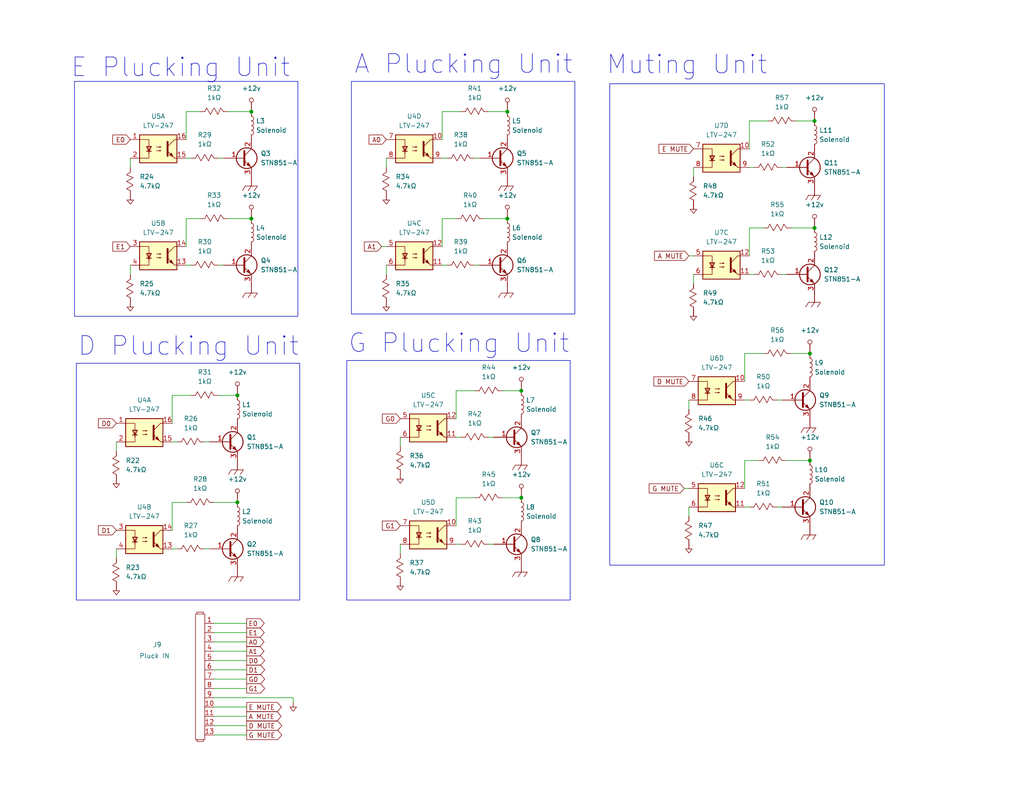
<source format=kicad_sch>
(kicad_sch (version 20231120) (generator "eeschema") (generator_version "8.0")
  (paper "A")
  (lib_symbols
    (symbol "Custom Power:+12v" (power) (pin_numbers hide) (pin_names hide) (in_bom no) (on_board no)
      (property "Value" "+12v" (at 0 3.81 0))
      (symbol "+12v_0_1"
        (circle (center 0 1.8796) (radius 0.5611))
      )
      (symbol "+12v_1_1"
        (pin power_in line (at 0 -1.27 90) (length 2.54) (name "+12v") (number "~"))
      )
    )
    (symbol "Custom Power:Chassis_GND" (power) (pin_numbers hide) (pin_names hide) (in_bom no) (on_board no)
      (symbol "Chassis_GND_0_1"
        (polyline (pts (xy -1.651 -2.54) (xy -2.413 -3.81)))
        (polyline (pts (xy 0 -2.54) (xy -0.889 -3.81)))
        (polyline (pts (xy -1.651 -2.54) (xy 1.651 -2.54) (xy 0.762 -3.81)))
      )
      (symbol "Chassis_GND_1_1"
        (pin power_in line (at 0 0 270) (length 2.54) (name "Chassis_GND") (number "1"))
      )
    )
    (symbol "Custom Power:GND" (power) (pin_numbers hide) (pin_names hide) (in_bom no) (on_board no)
      (symbol "GND_0_1"
        (polyline (pts (xy -0.889 -1.27) (xy 0.889 -1.27) (xy 0 -2.413) (xy -0.889 -1.27)))
      )
      (symbol "GND_1_1"
        (pin power_in line (at 0 0 270) (length 1.27) (name "GND") (number "~"))
      )
    )
    (symbol "Custom Symbols:Resistor_Mod" (pin_numbers hide) (pin_names (offset 0) hide)
      (property "Reference" "R" (at 0 4.318 0))
      (property "Value" "ValueΩ" (at 0 2.54 0))
      (symbol "Resistor_Mod_0_1"
        (polyline (pts (xy -2.54 0) (xy -2.032 1.016) (xy -1.016 -0.762) (xy 0 1.016) (xy 1.016 -0.762) (xy 1.778 1.016) (xy 2.54 0)))
      )
      (symbol "Resistor_Mod_1_1"
        (pin passive line (at -3.81 0 0) (length 1.27) (name "1") (number "1"))
        (pin passive line (at 3.81 0 180) (length 1.27) (name "2") (number "2"))
      )
    )
    (symbol "Device:L" (pin_numbers hide) (pin_names (offset 1.016) hide)
      (property "Reference" "L" (at -1.27 0 90))
      (property "Value" "L" (at 1.905 0 90))
      (symbol "L_0_1"
        (arc (start 0 -2.54) (mid 0.6323 -1.905) (end 0 -1.27))
        (arc (start 0 -1.27) (mid 0.6323 -0.635) (end 0 0))
        (arc (start 0 0) (mid 0.6323 0.635) (end 0 1.27))
        (arc (start 0 1.27) (mid 0.6323 1.905) (end 0 2.54))
      )
      (symbol "L_1_1"
        (pin passive line (at 0 3.81 270) (length 1.27) (name "1") (number "1"))
        (pin passive line (at 0 -3.81 90) (length 1.27) (name "2") (number "2"))
      )
    )
    (symbol "Device:Q_NPN_BCE" (pin_names (offset 0) hide)
      (property "Reference" "Q" (at 5.08 1.27 0))
      (property "Value" "Q_NPN_BCE" (at 5.08 -1.27 0))
      (symbol "Q_NPN_BCE_0_1"
        (polyline (pts (xy 0.635 0.635) (xy 2.54 2.54)))
        (polyline (pts (xy 0.635 -0.635) (xy 2.54 -2.54) (xy 2.54 -2.54)))
        (polyline (pts (xy 0.635 1.905) (xy 0.635 -1.905) (xy 0.635 -1.905)) (stroke (width 0.508)))
        (polyline (pts (xy 1.27 -1.778) (xy 1.778 -1.27) (xy 2.286 -2.286) (xy 1.27 -1.778) (xy 1.27 -1.778)) (fill (type outline)))
        (circle (center 1.27 0) (radius 2.8194) (stroke (width 0.254)))
      )
      (symbol "Q_NPN_BCE_1_1"
        (pin input line (at -5.08 0 0) (length 5.715) (name "B") (number "1"))
        (pin passive line (at 2.54 5.08 270) (length 2.54) (name "C") (number "2"))
        (pin passive line (at 2.54 -5.08 90) (length 2.54) (name "E") (number "3"))
      )
    )
    (symbol "Isolator:LTV-247"
      (property "Reference" "U" (at -5.08 5.08 0))
      (property "Value" "LTV-247" (at 0 5.08 0))
      (symbol "LTV-247_0_1"
        (rectangle (start -5.08 3.81) (end 5.08 -3.81) (stroke (width 0.254)) (fill (type background)))
        (polyline (pts (xy -3.175 -0.635) (xy -1.905 -0.635)) (stroke (width 0.254)))
        (polyline (pts (xy 2.54 0.635) (xy 4.445 2.54)))
        (polyline (pts (xy 4.445 -2.54) (xy 2.54 -0.635)) (fill (type outline)))
        (polyline (pts (xy 4.445 -2.54) (xy 5.08 -2.54)))
        (polyline (pts (xy 4.445 2.54) (xy 5.08 2.54)))
        (polyline (pts (xy -2.54 -0.635) (xy -2.54 -2.54) (xy -5.08 -2.54)))
        (polyline (pts (xy 2.54 1.905) (xy 2.54 -1.905) (xy 2.54 -1.905)) (stroke (width 0.508)))
        (polyline (pts (xy -5.08 2.54) (xy -2.54 2.54) (xy -2.54 -1.27) (xy -2.54 0.635)))
        (polyline (pts (xy -2.54 -0.635) (xy -3.175 0.635) (xy -1.905 0.635) (xy -2.54 -0.635)) (stroke (width 0.254)))
        (polyline (pts (xy -0.508 -0.508) (xy 0.762 -0.508) (xy 0.381 -0.635) (xy 0.381 -0.381) (xy 0.762 -0.508)))
        (polyline (pts (xy -0.508 0.508) (xy 0.762 0.508) (xy 0.381 0.381) (xy 0.381 0.635) (xy 0.762 0.508)))
        (polyline (pts (xy 3.048 -1.651) (xy 3.556 -1.143) (xy 4.064 -2.159) (xy 3.048 -1.651) (xy 3.048 -1.651)) (fill (type outline)))
      )
      (symbol "LTV-247_1_1"
        (pin passive line (at -7.62 2.54 0) (length 2.54) (name "~") (number "1"))
        (pin passive line (at 7.62 -2.54 180) (length 2.54) (name "~") (number "15"))
        (pin passive line (at 7.62 2.54 180) (length 2.54) (name "~") (number "16"))
        (pin passive line (at -7.62 -2.54 0) (length 2.54) (name "~") (number "2"))
      )
      (symbol "LTV-247_2_1"
        (pin passive line (at 7.62 -2.54 180) (length 2.54) (name "~") (number "13"))
        (pin passive line (at 7.62 2.54 180) (length 2.54) (name "~") (number "14"))
        (pin passive line (at -7.62 2.54 0) (length 2.54) (name "~") (number "3"))
        (pin passive line (at -7.62 -2.54 0) (length 2.54) (name "~") (number "4"))
      )
      (symbol "LTV-247_3_1"
        (pin passive line (at 7.62 -2.54 180) (length 2.54) (name "~") (number "11"))
        (pin passive line (at 7.62 2.54 180) (length 2.54) (name "~") (number "12"))
        (pin passive line (at -7.62 2.54 0) (length 2.54) (name "~") (number "5"))
        (pin passive line (at -7.62 -2.54 0) (length 2.54) (name "~") (number "6"))
      )
      (symbol "LTV-247_4_1"
        (pin passive line (at 7.62 2.54 180) (length 2.54) (name "~") (number "10"))
        (pin passive line (at -7.62 2.54 0) (length 2.54) (name "~") (number "7"))
        (pin passive line (at -7.62 -2.54 0) (length 2.54) (name "~") (number "8"))
        (pin passive line (at 7.62 -2.54 180) (length 2.54) (name "~") (number "9"))
      )
    )
    (symbol "Owen's Symbols:Header_1x13" (pin_names hide)
      (property "Reference" "J" (at -8.89 -3.81 0))
      (property "Value" "?" (at -8.89 -6.35 0))
      (symbol "Header_1x13_0_1"
        (rectangle (start -5.08 2.54) (end -2.54 -31.75))
        (polyline (pts (xy -4.699 -31.75) (xy -4.699 -32.258) (xy -2.921 -32.258) (xy -2.921 -31.75)))
        (polyline (pts (xy -4.699 2.54) (xy -4.699 3.048) (xy -2.921 3.048) (xy -2.921 2.54)))
      )
      (symbol "Header_1x13_1_1"
        (pin passive line (at 0 0 180) (length 2.54) (name "1") (number "1"))
        (pin passive line (at 0 -22.86 180) (length 2.54) (name "10") (number "10"))
        (pin passive line (at 0 -25.4 180) (length 2.54) (name "11") (number "11"))
        (pin passive line (at 0 -27.94 180) (length 2.54) (name "12") (number "12"))
        (pin passive line (at 0 -30.48 180) (length 2.54) (name "13") (number "13"))
        (pin passive line (at 0 -2.54 180) (length 2.54) (name "2") (number "2"))
        (pin passive line (at 0 -5.08 180) (length 2.54) (name "3") (number "3"))
        (pin passive line (at 0 -7.62 180) (length 2.54) (name "4") (number "4"))
        (pin passive line (at 0 -10.16 180) (length 2.54) (name "5") (number "5"))
        (pin passive line (at 0 -12.7 180) (length 2.54) (name "6") (number "6"))
        (pin passive line (at 0 -15.24 180) (length 2.54) (name "7") (number "7"))
        (pin passive line (at 0 -17.78 180) (length 2.54) (name "8") (number "8"))
        (pin passive line (at 0 -20.32 180) (length 2.54) (name "9") (number "9"))
      )
    )
  )
  (junction (at 68.58 30.48))
  (junction (at 142.24 135.89))
  (junction (at 222.25 62.23))
  (junction (at 220.98 96.52))
  (junction (at 222.25 33.02))
  (junction (at 68.58 59.69))
  (junction (at 64.77 107.95))
  (junction (at 138.43 59.69))
  (junction (at 220.98 125.73))
  (junction (at 142.24 106.68))
  (junction (at 64.77 137.16))
  (junction (at 138.43 30.48))
  (wire (pts (xy 203.2 125.73) (xy 207.01 125.73)))
  (wire (pts (xy 129.54 135.89) (xy 124.46 135.89)))
  (wire (pts (xy 132.08 59.69) (xy 138.43 59.69)))
  (wire (pts (xy 59.69 72.39) (xy 60.96 72.39)))
  (wire (pts (xy 46.99 137.16) (xy 50.8 137.16)))
  (wire (pts (xy 50.8 59.69) (xy 50.8 67.31)))
  (wire (pts (xy 217.17 33.02) (xy 222.25 33.02)))
  (wire (pts (xy 189.23 74.93) (xy 189.23 77.47)))
  (wire (pts (xy 105.41 67.31) (xy 104.14 67.31)))
  (wire (pts (xy 54.61 30.48) (xy 50.8 30.48)))
  (wire (pts (xy 213.36 74.93) (xy 214.63 74.93)))
  (wire (pts (xy 58.42 198.12) (xy 67.31 198.12)))
  (wire (pts (xy 212.09 109.22) (xy 213.36 109.22)))
  (wire (pts (xy 187.96 133.35) (xy 186.69 133.35)))
  (wire (pts (xy 120.65 30.48) (xy 125.73 30.48)))
  (wire (pts (xy 133.35 148.59) (xy 134.62 148.59)))
  (wire (pts (xy 120.65 38.1) (xy 120.65 30.48)))
  (wire (pts (xy 109.22 148.59) (xy 109.22 151.13)))
  (wire (pts (xy 62.23 59.69) (xy 68.58 59.69)))
  (wire (pts (xy 129.54 43.18) (xy 130.81 43.18)))
  (wire (pts (xy 204.47 40.64) (xy 204.47 33.02)))
  (wire (pts (xy 137.16 106.68) (xy 142.24 106.68)))
  (wire (pts (xy 203.2 133.35) (xy 203.2 125.73)))
  (wire (pts (xy 80.01 191.77) (xy 80.01 190.5)))
  (wire (pts (xy 203.2 104.14) (xy 203.2 96.52)))
  (wire (pts (xy 205.74 45.72) (xy 204.47 45.72)))
  (wire (pts (xy 121.92 43.18) (xy 120.65 43.18)))
  (wire (pts (xy 59.69 43.18) (xy 60.96 43.18)))
  (wire (pts (xy 58.42 175.26) (xy 67.31 175.26)))
  (wire (pts (xy 189.23 69.85) (xy 187.96 69.85)))
  (wire (pts (xy 46.99 144.78) (xy 46.99 137.16)))
  (wire (pts (xy 129.54 72.39) (xy 130.81 72.39)))
  (wire (pts (xy 121.92 72.39) (xy 120.65 72.39)))
  (wire (pts (xy 58.42 172.72) (xy 67.31 172.72)))
  (wire (pts (xy 54.61 59.69) (xy 50.8 59.69)))
  (wire (pts (xy 187.96 109.22) (xy 187.96 111.76)))
  (wire (pts (xy 187.96 138.43) (xy 187.96 140.97)))
  (wire (pts (xy 58.42 195.58) (xy 67.31 195.58)))
  (wire (pts (xy 205.74 74.93) (xy 204.47 74.93)))
  (wire (pts (xy 204.47 33.02) (xy 209.55 33.02)))
  (wire (pts (xy 58.42 200.66) (xy 67.31 200.66)))
  (wire (pts (xy 204.47 62.23) (xy 208.28 62.23)))
  (wire (pts (xy 203.2 96.52) (xy 208.28 96.52)))
  (wire (pts (xy 124.46 135.89) (xy 124.46 143.51)))
  (wire (pts (xy 52.07 43.18) (xy 50.8 43.18)))
  (wire (pts (xy 129.54 106.68) (xy 124.46 106.68)))
  (wire (pts (xy 215.9 96.52) (xy 220.98 96.52)))
  (wire (pts (xy 124.46 106.68) (xy 124.46 114.3)))
  (wire (pts (xy 204.47 69.85) (xy 204.47 62.23)))
  (wire (pts (xy 125.73 148.59) (xy 124.46 148.59)))
  (wire (pts (xy 35.56 43.18) (xy 35.56 45.72)))
  (wire (pts (xy 133.35 119.38) (xy 134.62 119.38)))
  (wire (pts (xy 105.41 72.39) (xy 105.41 74.93)))
  (wire (pts (xy 58.42 182.88) (xy 67.31 182.88)))
  (wire (pts (xy 105.41 43.18) (xy 105.41 45.72)))
  (wire (pts (xy 31.75 120.65) (xy 31.75 123.19)))
  (wire (pts (xy 204.47 109.22) (xy 203.2 109.22)))
  (wire (pts (xy 58.42 185.42) (xy 67.31 185.42)))
  (wire (pts (xy 213.36 45.72) (xy 214.63 45.72)))
  (wire (pts (xy 137.16 135.89) (xy 142.24 135.89)))
  (wire (pts (xy 58.42 137.16) (xy 64.77 137.16)))
  (wire (pts (xy 58.42 187.96) (xy 67.31 187.96)))
  (wire (pts (xy 52.07 107.95) (xy 46.99 107.95)))
  (wire (pts (xy 50.8 30.48) (xy 50.8 38.1)))
  (wire (pts (xy 120.65 59.69) (xy 124.46 59.69)))
  (wire (pts (xy 58.42 180.34) (xy 67.31 180.34)))
  (wire (pts (xy 58.42 170.18) (xy 67.31 170.18)))
  (wire (pts (xy 35.56 72.39) (xy 35.56 74.93)))
  (wire (pts (xy 48.26 149.86) (xy 46.99 149.86)))
  (wire (pts (xy 48.26 120.65) (xy 46.99 120.65)))
  (wire (pts (xy 212.09 138.43) (xy 213.36 138.43)))
  (wire (pts (xy 62.23 30.48) (xy 68.58 30.48)))
  (wire (pts (xy 214.63 125.73) (xy 220.98 125.73)))
  (wire (pts (xy 31.75 149.86) (xy 31.75 152.4)))
  (wire (pts (xy 55.88 149.86) (xy 57.15 149.86)))
  (wire (pts (xy 215.9 62.23) (xy 222.25 62.23)))
  (wire (pts (xy 46.99 107.95) (xy 46.99 115.57)))
  (wire (pts (xy 125.73 119.38) (xy 124.46 119.38)))
  (wire (pts (xy 55.88 120.65) (xy 57.15 120.65)))
  (wire (pts (xy 120.65 67.31) (xy 120.65 59.69)))
  (wire (pts (xy 189.23 45.72) (xy 189.23 48.26)))
  (wire (pts (xy 59.69 107.95) (xy 64.77 107.95)))
  (wire (pts (xy 109.22 119.38) (xy 109.22 121.92)))
  (wire (pts (xy 52.07 72.39) (xy 50.8 72.39)))
  (wire (pts (xy 58.42 193.04) (xy 67.31 193.04)))
  (wire (pts (xy 204.47 138.43) (xy 203.2 138.43)))
  (wire (pts (xy 58.42 177.8) (xy 67.31 177.8)))
  (wire (pts (xy 58.42 190.5) (xy 80.01 190.5)))
  (wire (pts (xy 133.35 30.48) (xy 138.43 30.48)))
  (rectangle (start 20.828 99.187) (end 81.788 163.83))
  (rectangle (start 20.32 22.225) (end 81.28 86.36))
  (rectangle (start 166.37 22.86) (end 241.3 154.305))
  (rectangle (start 95.885 22.225) (end 156.845 85.725))
  (rectangle (start 94.615 98.425) (end 155.575 163.83))
  (text "Muting Unit" (at 187.452 17.78 0) (effects (font (size 5.08 5.08))))
  (text "G Plucking Unit" (at 125.222 93.853 0) (effects (font (size 5.08 5.08))))
  (text "D Plucking Unit" (at 51.435 94.615 0) (effects (font (size 5.08 5.08))))
  (text "E Plucking Unit" (at 49.276 18.542 0) (effects (font (size 5.08 5.08))))
  (text "A Plucking Unit" (at 126.492 17.653 0) (effects (font (size 5.08 5.08))))
  (global_label "A MUTE" (shape input) (at 187.96 69.85 180) (property "Intersheetrefs" "${INTERSHEET_REFS}" (effects (hide yes))))
  (global_label "E0" (shape output) (at 67.31 170.18 0) (property "Intersheetrefs" "${INTERSHEET_REFS}" (effects (hide yes))))
  (global_label "G0" (shape input) (at 109.22 114.3 180) (property "Intersheetrefs" "${INTERSHEET_REFS}" (effects (hide yes))))
  (global_label "A1" (shape input) (at 104.14 67.31 180) (property "Intersheetrefs" "${INTERSHEET_REFS}" (effects (hide yes))))
  (global_label "D1" (shape input) (at 31.75 144.78 180) (property "Intersheetrefs" "${INTERSHEET_REFS}" (effects (hide yes))))
  (global_label "A0" (shape input) (at 105.41 38.1 180) (property "Intersheetrefs" "${INTERSHEET_REFS}" (effects (hide yes))))
  (global_label "A1" (shape output) (at 67.31 177.8 0) (property "Intersheetrefs" "${INTERSHEET_REFS}" (effects (hide yes))))
  (global_label "E MUTE" (shape input) (at 189.23 40.64 180) (property "Intersheetrefs" "${INTERSHEET_REFS}" (effects (hide yes))))
  (global_label "E0" (shape input) (at 35.56 38.1 180) (property "Intersheetrefs" "${INTERSHEET_REFS}" (effects (hide yes))))
  (global_label "E MUTE" (shape output) (at 67.31 193.04 0) (property "Intersheetrefs" "${INTERSHEET_REFS}" (effects (hide yes))))
  (global_label "D1" (shape output) (at 67.31 182.88 0) (property "Intersheetrefs" "${INTERSHEET_REFS}" (effects (hide yes))))
  (global_label "G1" (shape output) (at 67.31 187.96 0) (property "Intersheetrefs" "${INTERSHEET_REFS}" (effects (hide yes))))
  (global_label "G0" (shape output) (at 67.31 185.42 0) (property "Intersheetrefs" "${INTERSHEET_REFS}" (effects (hide yes))))
  (global_label "D MUTE" (shape output) (at 67.31 198.12 0) (property "Intersheetrefs" "${INTERSHEET_REFS}" (effects (hide yes))))
  (global_label "E1" (shape output) (at 67.31 172.72 0) (property "Intersheetrefs" "${INTERSHEET_REFS}" (effects (hide yes))))
  (global_label "G1" (shape input) (at 109.22 143.51 180) (property "Intersheetrefs" "${INTERSHEET_REFS}" (effects (hide yes))))
  (global_label "G MUTE" (shape output) (at 67.31 200.66 0) (property "Intersheetrefs" "${INTERSHEET_REFS}" (effects (hide yes))))
  (global_label "D0" (shape output) (at 67.31 180.34 0) (property "Intersheetrefs" "${INTERSHEET_REFS}" (effects (hide yes))))
  (global_label "D0" (shape input) (at 31.75 115.57 180) (property "Intersheetrefs" "${INTERSHEET_REFS}" (effects (hide yes))))
  (global_label "G MUTE" (shape input) (at 186.69 133.35 180) (property "Intersheetrefs" "${INTERSHEET_REFS}" (effects (hide yes))))
  (global_label "E1" (shape input) (at 35.56 67.31 180) (property "Intersheetrefs" "${INTERSHEET_REFS}" (effects (hide yes))))
  (global_label "A0" (shape output) (at 67.31 175.26 0) (property "Intersheetrefs" "${INTERSHEET_REFS}" (effects (hide yes))))
  (global_label "D MUTE" (shape input) (at 187.96 104.14 180) (property "Intersheetrefs" "${INTERSHEET_REFS}" (effects (hide yes))))
  (global_label "A MUTE" (shape output) (at 67.31 195.58 0) (property "Intersheetrefs" "${INTERSHEET_REFS}" (effects (hide yes))))
  (symbol (lib_id "Isolator:LTV-247") (at 113.03 69.85 0) (unit 3)
    (property "Reference" "U4" (at 113.03 60.96 0))
    (property "Value" "LTV-247" (at 113.03 63.5 0))
    (property "Footprint" "Package_SO:SOP-16_4.4x10.4mm_P1.27mm" (effects (hide yes)))
    (property "Datasheet" "http://optoelectronics.liteon.com/upload/download/DS70-2009-0014/LTV-2X7%20sereis%20Mar17.PDF" (effects (hide yes)))
    (property "Description" "DC Quad Optocoupler, Vce 80V, CTR 100-600%, SOP-16" (effects (hide yes)))
  )
  (symbol (lib_id "Custom Symbols:Resistor_Mod") (at 128.27 59.69 0) (unit 1)
    (property "Reference" "R40" (at 128.27 53.34 0))
    (property "Value" "1kΩ" (at 128.27 55.88 0))
    (property "Footprint" "Resistor_SMD:R_0805_2012Metric_Pad1.20x1.40mm_HandSolder" (effects (hide yes)))
  )
  (symbol (lib_id "Isolator:LTV-247") (at 39.37 147.32 0) (unit 2)
    (property "Reference" "U4" (at 39.37 138.43 0))
    (property "Value" "LTV-247" (at 39.37 140.97 0))
    (property "Footprint" "Package_SO:SOP-16_4.4x10.4mm_P1.27mm" (effects (hide yes)))
    (property "Datasheet" "http://optoelectronics.liteon.com/upload/download/DS70-2009-0014/LTV-2X7%20sereis%20Mar17.PDF" (effects (hide yes)))
    (property "Description" "DC Quad Optocoupler, Vce 80V, CTR 100-600%, SOP-16" (effects (hide yes)))
  )
  (symbol (lib_id "Custom Power:Chassis_GND") (at 222.25 50.8 0) (unit 1) (in_bom no) (on_board no)
    (property "Reference" "#PWR078" (effects (hide yes)))
    (property "Value" "Chassis_GND" (effects (hide yes)))
  )
  (symbol (lib_id "Custom Symbols:Resistor_Mod") (at 209.55 74.93 0) (unit 1)
    (property "Reference" "R53" (at 209.55 68.58 0))
    (property "Value" "1kΩ" (at 209.55 71.12 0))
    (property "Footprint" "Resistor_SMD:R_0805_2012Metric_Pad1.20x1.40mm_HandSolder" (effects (hide yes)))
  )
  (symbol (lib_id "Custom Power:GND") (at 105.41 82.55 0) (unit 1) (in_bom no) (on_board no)
    (property "Reference" "#PWR058" (effects (hide yes)))
    (property "Value" "GND" (effects (hide yes)))
  )
  (symbol (lib_id "Custom Power:GND") (at 35.56 82.55 0) (unit 1) (in_bom no) (on_board no)
    (property "Reference" "#PWR047" (effects (hide yes)))
    (property "Value" "GND" (effects (hide yes)))
  )
  (symbol (lib_id "Custom Symbols:Resistor_Mod") (at 212.09 62.23 0) (unit 1)
    (property "Reference" "R55" (at 212.09 55.88 0))
    (property "Value" "1kΩ" (at 212.09 58.42 0))
    (property "Footprint" "Resistor_SMD:R_0805_2012Metric_Pad1.20x1.40mm_HandSolder" (effects (hide yes)))
  )
  (symbol (lib_id "Custom Power:Chassis_GND") (at 68.58 77.47 0) (unit 1) (in_bom no) (on_board no)
    (property "Reference" "#PWR055" (effects (hide yes)))
    (property "Value" "Chassis_GND" (effects (hide yes)))
  )
  (symbol (lib_id "Custom Symbols:Resistor_Mod") (at 52.07 120.65 0) (unit 1)
    (property "Reference" "R26" (at 52.07 114.3 0))
    (property "Value" "1kΩ" (at 52.07 116.84 0))
    (property "Footprint" "Resistor_SMD:R_0805_2012Metric_Pad1.20x1.40mm_HandSolder" (effects (hide yes)))
  )
  (symbol (lib_id "Custom Symbols:Resistor_Mod") (at 109.22 125.73 90) (unit 1)
    (property "Reference" "R36" (at 111.76 124.4599 90) (effects (justify right)))
    (property "Value" "4.7kΩ" (at 111.76 126.9999 90) (effects (justify right)))
    (property "Footprint" "Resistor_SMD:R_0805_2012Metric_Pad1.20x1.40mm_HandSolder" (effects (hide yes)))
  )
  (symbol (lib_id "Custom Power:+12v") (at 64.77 135.89 0) (unit 1) (in_bom no) (on_board no)
    (property "Reference" "#PWR050" (effects (hide yes)))
    (property "Value" "+12v" (at 64.77 130.81 0))
  )
  (symbol (lib_id "Device:L") (at 64.77 140.97 0) (unit 1)
    (property "Reference" "L2" (at 66.04 139.6999 0) (effects (justify left)))
    (property "Value" "Solenoid" (at 66.04 142.2399 0) (effects (justify left)))
    (property "Description" "Inductor" (effects (hide yes)))
  )
  (symbol (lib_id "Custom Symbols:Resistor_Mod") (at 125.73 72.39 0) (unit 1)
    (property "Reference" "R39" (at 125.73 66.04 0))
    (property "Value" "1kΩ" (at 125.73 68.58 0))
    (property "Footprint" "Resistor_SMD:R_0805_2012Metric_Pad1.20x1.40mm_HandSolder" (effects (hide yes)))
  )
  (symbol (lib_id "Custom Power:Chassis_GND") (at 64.77 125.73 0) (unit 1) (in_bom no) (on_board no)
    (property "Reference" "#PWR049" (effects (hide yes)))
    (property "Value" "Chassis_GND" (effects (hide yes)))
  )
  (symbol (lib_id "Custom Symbols:Resistor_Mod") (at 212.09 96.52 0) (unit 1)
    (property "Reference" "R56" (at 212.09 90.17 0))
    (property "Value" "1kΩ" (at 212.09 92.71 0))
    (property "Footprint" "Resistor_SMD:R_0805_2012Metric_Pad1.20x1.40mm_HandSolder" (effects (hide yes)))
  )
  (symbol (lib_id "Device:L") (at 142.24 110.49 0) (unit 1)
    (property "Reference" "L7" (at 143.51 109.2199 0) (effects (justify left)))
    (property "Value" "Solenoid" (at 143.51 111.7599 0) (effects (justify left)))
    (property "Description" "Inductor" (effects (hide yes)))
  )
  (symbol (lib_id "Device:L") (at 220.98 129.54 0) (unit 1)
    (property "Reference" "L10" (at 222.25 128.2699 0) (effects (justify left)))
    (property "Value" "Solenoid" (at 222.25 130.8099 0) (effects (justify left)))
    (property "Description" "Inductor" (effects (hide yes)))
  )
  (symbol (lib_id "Device:L") (at 68.58 34.29 0) (unit 1)
    (property "Reference" "L3" (at 69.85 33.0199 0) (effects (justify left)))
    (property "Value" "Solenoid" (at 69.85 35.5599 0) (effects (justify left)))
    (property "Description" "Inductor" (effects (hide yes)))
  )
  (symbol (lib_id "Device:Q_NPN_BCE") (at 218.44 109.22 0) (unit 1)
    (property "Reference" "Q9" (at 223.52 107.9499 0) (effects (justify left)))
    (property "Value" "STN851-A" (at 223.52 110.4899 0) (effects (justify left)))
    (property "Footprint" "Package_TO_SOT_THT:TO-220-3_Vertical" (effects (hide yes)))
    (property "Description" "NPN transistor, base/collector/emitter" (effects (hide yes)))
  )
  (symbol (lib_id "Custom Symbols:Resistor_Mod") (at 129.54 30.48 0) (unit 1)
    (property "Reference" "R41" (at 129.54 24.13 0))
    (property "Value" "1kΩ" (at 129.54 26.67 0))
    (property "Footprint" "Resistor_SMD:R_0805_2012Metric_Pad1.20x1.40mm_HandSolder" (effects (hide yes)))
  )
  (symbol (lib_id "Device:Q_NPN_BCE") (at 135.89 72.39 0) (unit 1)
    (property "Reference" "Q6" (at 140.97 71.1199 0) (effects (justify left)))
    (property "Value" "STN851-A" (at 140.97 73.6599 0) (effects (justify left)))
    (property "Footprint" "Package_TO_SOT_THT:TO-220-3_Vertical" (effects (hide yes)))
    (property "Description" "NPN transistor, base/collector/emitter" (effects (hide yes)))
  )
  (symbol (lib_id "Device:Q_NPN_BCE") (at 62.23 120.65 0) (unit 1)
    (property "Reference" "Q1" (at 67.31 119.3799 0) (effects (justify left)))
    (property "Value" "STN851-A" (at 67.31 121.9199 0) (effects (justify left)))
    (property "Footprint" "Package_TO_SOT_THT:TO-220-3_Vertical" (effects (hide yes)))
    (property "Description" "NPN transistor, base/collector/emitter" (effects (hide yes)))
  )
  (symbol (lib_id "Custom Symbols:Resistor_Mod") (at 105.41 49.53 90) (unit 1)
    (property "Reference" "R34" (at 107.95 48.2599 90) (effects (justify right)))
    (property "Value" "4.7kΩ" (at 107.95 50.7999 90) (effects (justify right)))
    (property "Footprint" "Resistor_SMD:R_0805_2012Metric_Pad1.20x1.40mm_HandSolder" (effects (hide yes)))
  )
  (symbol (lib_id "Custom Power:Chassis_GND") (at 68.58 48.26 0) (unit 1) (in_bom no) (on_board no)
    (property "Reference" "#PWR053" (effects (hide yes)))
    (property "Value" "Chassis_GND" (effects (hide yes)))
  )
  (symbol (lib_id "Device:L") (at 222.25 36.83 0) (unit 1)
    (property "Reference" "L11" (at 223.52 35.5599 0) (effects (justify left)))
    (property "Value" "Solenoid" (at 223.52 38.0999 0) (effects (justify left)))
    (property "Description" "Inductor" (effects (hide yes)))
  )
  (symbol (lib_id "Custom Symbols:Resistor_Mod") (at 187.96 144.78 90) (unit 1)
    (property "Reference" "R47" (at 190.5 143.5099 90) (effects (justify right)))
    (property "Value" "4.7kΩ" (at 190.5 146.0499 90) (effects (justify right)))
    (property "Footprint" "Resistor_SMD:R_0805_2012Metric_Pad1.20x1.40mm_HandSolder" (effects (hide yes)))
  )
  (symbol (lib_id "Custom Power:+12v") (at 138.43 58.42 0) (unit 1) (in_bom no) (on_board no)
    (property "Reference" "#PWR063" (effects (hide yes)))
    (property "Value" "+12v" (at 138.43 53.34 0))
  )
  (symbol (lib_id "Isolator:LTV-247") (at 196.85 72.39 0) (unit 3)
    (property "Reference" "U7" (at 196.85 63.5 0))
    (property "Value" "LTV-247" (at 196.85 66.04 0))
    (property "Footprint" "Package_SO:SOP-16_4.4x10.4mm_P1.27mm" (effects (hide yes)))
    (property "Datasheet" "http://optoelectronics.liteon.com/upload/download/DS70-2009-0014/LTV-2X7%20sereis%20Mar17.PDF" (effects (hide yes)))
    (property "Description" "DC Quad Optocoupler, Vce 80V, CTR 100-600%, SOP-16" (effects (hide yes)))
  )
  (symbol (lib_id "Custom Symbols:Resistor_Mod") (at 109.22 154.94 90) (unit 1)
    (property "Reference" "R37" (at 111.76 153.6699 90) (effects (justify right)))
    (property "Value" "4.7kΩ" (at 111.76 156.2099 90) (effects (justify right)))
    (property "Footprint" "Resistor_SMD:R_0805_2012Metric_Pad1.20x1.40mm_HandSolder" (effects (hide yes)))
  )
  (symbol (lib_id "Custom Symbols:Resistor_Mod") (at 31.75 127 90) (unit 1)
    (property "Reference" "R22" (at 34.29 125.7299 90) (effects (justify right)))
    (property "Value" "4.7kΩ" (at 34.29 128.2699 90) (effects (justify right)))
    (property "Footprint" "Resistor_SMD:R_0805_2012Metric_Pad1.20x1.40mm_HandSolder" (effects (hide yes)))
  )
  (symbol (lib_id "Custom Symbols:Resistor_Mod") (at 55.88 43.18 0) (unit 1)
    (property "Reference" "R29" (at 55.88 36.83 0))
    (property "Value" "1kΩ" (at 55.88 39.37 0))
    (property "Footprint" "Resistor_SMD:R_0805_2012Metric_Pad1.20x1.40mm_HandSolder" (effects (hide yes)))
  )
  (symbol (lib_id "Custom Symbols:Resistor_Mod") (at 133.35 135.89 0) (unit 1)
    (property "Reference" "R45" (at 133.35 129.54 0))
    (property "Value" "1kΩ" (at 133.35 132.08 0))
    (property "Footprint" "Resistor_SMD:R_0805_2012Metric_Pad1.20x1.40mm_HandSolder" (effects (hide yes)))
  )
  (symbol (lib_id "Device:Q_NPN_BCE") (at 219.71 45.72 0) (unit 1)
    (property "Reference" "Q11" (at 224.79 44.4499 0) (effects (justify left)))
    (property "Value" "STN851-A" (at 224.79 46.9899 0) (effects (justify left)))
    (property "Footprint" "Package_TO_SOT_THT:TO-220-3_Vertical" (effects (hide yes)))
    (property "Description" "NPN transistor, base/collector/emitter" (effects (hide yes)))
  )
  (symbol (lib_id "Custom Power:+12v") (at 222.25 60.96 0) (unit 1) (in_bom no) (on_board no)
    (property "Reference" "#PWR079" (effects (hide yes)))
    (property "Value" "+12v" (at 222.25 55.88 0))
  )
  (symbol (lib_id "Custom Power:GND") (at 187.96 148.59 0) (unit 1) (in_bom no) (on_board no)
    (property "Reference" "#PWR070" (effects (hide yes)))
    (property "Value" "GND" (effects (hide yes)))
  )
  (symbol (lib_id "Custom Power:GND") (at 105.41 53.34 0) (unit 1) (in_bom no) (on_board no)
    (property "Reference" "#PWR057" (effects (hide yes)))
    (property "Value" "GND" (effects (hide yes)))
  )
  (symbol (lib_id "Device:Q_NPN_BCE") (at 139.7 148.59 0) (unit 1)
    (property "Reference" "Q8" (at 144.78 147.3199 0) (effects (justify left)))
    (property "Value" "STN851-A" (at 144.78 149.8599 0) (effects (justify left)))
    (property "Footprint" "Package_TO_SOT_THT:TO-220-3_Vertical" (effects (hide yes)))
    (property "Description" "NPN transistor, base/collector/emitter" (effects (hide yes)))
  )
  (symbol (lib_id "Device:L") (at 64.77 111.76 0) (unit 1)
    (property "Reference" "L1" (at 66.04 110.4899 0) (effects (justify left)))
    (property "Value" "Solenoid" (at 66.04 113.0299 0) (effects (justify left)))
    (property "Description" "Inductor" (effects (hide yes)))
  )
  (symbol (lib_id "Isolator:LTV-247") (at 196.85 43.18 0) (unit 4)
    (property "Reference" "U7" (at 196.85 34.29 0))
    (property "Value" "LTV-247" (at 196.85 36.83 0))
    (property "Footprint" "Package_SO:SOP-16_4.4x10.4mm_P1.27mm" (effects (hide yes)))
    (property "Datasheet" "http://optoelectronics.liteon.com/upload/download/DS70-2009-0014/LTV-2X7%20sereis%20Mar17.PDF" (effects (hide yes)))
    (property "Description" "DC Quad Optocoupler, Vce 80V, CTR 100-600%, SOP-16" (effects (hide yes)))
  )
  (symbol (lib_id "Custom Symbols:Resistor_Mod") (at 55.88 72.39 0) (unit 1)
    (property "Reference" "R30" (at 55.88 66.04 0))
    (property "Value" "1kΩ" (at 55.88 68.58 0))
    (property "Footprint" "Resistor_SMD:R_0805_2012Metric_Pad1.20x1.40mm_HandSolder" (effects (hide yes)))
  )
  (symbol (lib_id "Custom Power:+12v") (at 220.98 124.46 0) (unit 1) (in_bom no) (on_board no)
    (property "Reference" "#PWR075" (effects (hide yes)))
    (property "Value" "+12v" (at 220.98 119.38 0))
  )
  (symbol (lib_id "Device:Q_NPN_BCE") (at 66.04 72.39 0) (unit 1)
    (property "Reference" "Q4" (at 71.12 71.1199 0) (effects (justify left)))
    (property "Value" "STN851-A" (at 71.12 73.6599 0) (effects (justify left)))
    (property "Footprint" "Package_TO_SOT_THT:TO-220-3_Vertical" (effects (hide yes)))
    (property "Description" "NPN transistor, base/collector/emitter" (effects (hide yes)))
  )
  (symbol (lib_id "Custom Symbols:Resistor_Mod") (at 210.82 125.73 0) (unit 1)
    (property "Reference" "R54" (at 210.82 119.38 0))
    (property "Value" "1kΩ" (at 210.82 121.92 0))
    (property "Footprint" "Resistor_SMD:R_0805_2012Metric_Pad1.20x1.40mm_HandSolder" (effects (hide yes)))
  )
  (symbol (lib_id "Custom Power:+12v") (at 68.58 58.42 0) (unit 1) (in_bom no) (on_board no)
    (property "Reference" "#PWR054" (effects (hide yes)))
    (property "Value" "+12v" (at 68.58 53.34 0))
  )
  (symbol (lib_id "Custom Symbols:Resistor_Mod") (at 133.35 106.68 0) (unit 1)
    (property "Reference" "R44" (at 133.35 100.33 0))
    (property "Value" "1kΩ" (at 133.35 102.87 0))
    (property "Footprint" "Resistor_SMD:R_0805_2012Metric_Pad1.20x1.40mm_HandSolder" (effects (hide yes)))
  )
  (symbol (lib_id "Isolator:LTV-247") (at 195.58 106.68 0) (unit 4)
    (property "Reference" "U6" (at 195.58 97.79 0))
    (property "Value" "LTV-247" (at 195.58 100.33 0))
    (property "Footprint" "Package_SO:SOP-16_4.4x10.4mm_P1.27mm" (effects (hide yes)))
    (property "Datasheet" "http://optoelectronics.liteon.com/upload/download/DS70-2009-0014/LTV-2X7%20sereis%20Mar17.PDF" (effects (hide yes)))
    (property "Description" "DC Quad Optocoupler, Vce 80V, CTR 100-600%, SOP-16" (effects (hide yes)))
  )
  (symbol (lib_id "Isolator:LTV-247") (at 116.84 116.84 0) (unit 3)
    (property "Reference" "U5" (at 116.84 107.95 0))
    (property "Value" "LTV-247" (at 116.84 110.49 0))
    (property "Footprint" "Package_SO:SOP-16_4.4x10.4mm_P1.27mm" (effects (hide yes)))
    (property "Datasheet" "http://optoelectronics.liteon.com/upload/download/DS70-2009-0014/LTV-2X7%20sereis%20Mar17.PDF" (effects (hide yes)))
    (property "Description" "DC Quad Optocoupler, Vce 80V, CTR 100-600%, SOP-16" (effects (hide yes)))
  )
  (symbol (lib_id "Custom Power:Chassis_GND") (at 142.24 124.46 0) (unit 1) (in_bom no) (on_board no)
    (property "Reference" "#PWR066" (effects (hide yes)))
    (property "Value" "Chassis_GND" (effects (hide yes)))
  )
  (symbol (lib_id "Custom Power:GND") (at 189.23 85.09 0) (unit 1) (in_bom no) (on_board no)
    (property "Reference" "#PWR072" (effects (hide yes)))
    (property "Value" "GND" (effects (hide yes)))
  )
  (symbol (lib_id "Custom Power:Chassis_GND") (at 64.77 154.94 0) (unit 1) (in_bom no) (on_board no)
    (property "Reference" "#PWR051" (effects (hide yes)))
    (property "Value" "Chassis_GND" (effects (hide yes)))
  )
  (symbol (lib_id "Device:Q_NPN_BCE") (at 218.44 138.43 0) (unit 1)
    (property "Reference" "Q10" (at 223.52 137.1599 0) (effects (justify left)))
    (property "Value" "STN851-A" (at 223.52 139.6999 0) (effects (justify left)))
    (property "Footprint" "Package_TO_SOT_THT:TO-220-3_Vertical" (effects (hide yes)))
    (property "Description" "NPN transistor, base/collector/emitter" (effects (hide yes)))
  )
  (symbol (lib_id "Custom Power:GND") (at 187.96 119.38 0) (unit 1) (in_bom no) (on_board no)
    (property "Reference" "#PWR069" (effects (hide yes)))
    (property "Value" "GND" (effects (hide yes)))
  )
  (symbol (lib_id "Custom Symbols:Resistor_Mod") (at 208.28 138.43 0) (unit 1)
    (property "Reference" "R51" (at 208.28 132.08 0))
    (property "Value" "1kΩ" (at 208.28 134.62 0))
    (property "Footprint" "Resistor_SMD:R_0805_2012Metric_Pad1.20x1.40mm_HandSolder" (effects (hide yes)))
  )
  (symbol (lib_id "Custom Symbols:Resistor_Mod") (at 129.54 148.59 0) (unit 1)
    (property "Reference" "R43" (at 129.54 142.24 0))
    (property "Value" "1kΩ" (at 129.54 144.78 0))
    (property "Footprint" "Resistor_SMD:R_0805_2012Metric_Pad1.20x1.40mm_HandSolder" (effects (hide yes)))
  )
  (symbol (lib_id "Custom Symbols:Resistor_Mod") (at 55.88 107.95 0) (unit 1)
    (property "Reference" "R31" (at 55.88 101.6 0))
    (property "Value" "1kΩ" (at 55.88 104.14 0))
    (property "Footprint" "Resistor_SMD:R_0805_2012Metric_Pad1.20x1.40mm_HandSolder" (effects (hide yes)))
  )
  (symbol (lib_id "Custom Symbols:Resistor_Mod") (at 187.96 115.57 90) (unit 1)
    (property "Reference" "R46" (at 190.5 114.2999 90) (effects (justify right)))
    (property "Value" "4.7kΩ" (at 190.5 116.8399 90) (effects (justify right)))
    (property "Footprint" "Resistor_SMD:R_0805_2012Metric_Pad1.20x1.40mm_HandSolder" (effects (hide yes)))
  )
  (symbol (lib_id "Device:L") (at 138.43 34.29 0) (unit 1)
    (property "Reference" "L5" (at 139.7 33.0199 0) (effects (justify left)))
    (property "Value" "Solenoid" (at 139.7 35.5599 0) (effects (justify left)))
    (property "Description" "Inductor" (effects (hide yes)))
  )
  (symbol (lib_id "Custom Symbols:Resistor_Mod") (at 54.61 137.16 0) (unit 1)
    (property "Reference" "R28" (at 54.61 130.81 0))
    (property "Value" "1kΩ" (at 54.61 133.35 0))
    (property "Footprint" "Resistor_SMD:R_0805_2012Metric_Pad1.20x1.40mm_HandSolder" (effects (hide yes)))
  )
  (symbol (lib_id "Custom Power:Chassis_GND") (at 142.24 153.67 0) (unit 1) (in_bom no) (on_board no)
    (property "Reference" "#PWR068" (effects (hide yes)))
    (property "Value" "Chassis_GND" (effects (hide yes)))
  )
  (symbol (lib_id "Custom Power:GND") (at 31.75 130.81 0) (unit 1) (in_bom no) (on_board no)
    (property "Reference" "#PWR044" (effects (hide yes)))
    (property "Value" "GND" (effects (hide yes)))
  )
  (symbol (lib_id "Custom Power:+12v") (at 68.58 29.21 0) (unit 1) (in_bom no) (on_board no)
    (property "Reference" "#PWR052" (effects (hide yes)))
    (property "Value" "+12v" (at 68.58 24.13 0))
  )
  (symbol (lib_id "Custom Symbols:Resistor_Mod") (at 209.55 45.72 0) (unit 1)
    (property "Reference" "R52" (at 209.55 39.37 0))
    (property "Value" "1kΩ" (at 209.55 41.91 0))
    (property "Footprint" "Resistor_SMD:R_0805_2012Metric_Pad1.20x1.40mm_HandSolder" (effects (hide yes)))
  )
  (symbol (lib_id "Custom Power:Chassis_GND") (at 220.98 114.3 0) (unit 1) (in_bom no) (on_board no)
    (property "Reference" "#PWR074" (effects (hide yes)))
    (property "Value" "Chassis_GND" (effects (hide yes)))
  )
  (symbol (lib_id "Custom Symbols:Resistor_Mod") (at 125.73 43.18 0) (unit 1)
    (property "Reference" "R38" (at 125.73 36.83 0))
    (property "Value" "1kΩ" (at 125.73 39.37 0))
    (property "Footprint" "Resistor_SMD:R_0805_2012Metric_Pad1.20x1.40mm_HandSolder" (effects (hide yes)))
  )
  (symbol (lib_id "Isolator:LTV-247") (at 113.03 40.64 0) (unit 4)
    (property "Reference" "U4" (at 113.03 31.75 0))
    (property "Value" "LTV-247" (at 113.03 34.29 0))
    (property "Footprint" "Package_SO:SOP-16_4.4x10.4mm_P1.27mm" (effects (hide yes)))
    (property "Datasheet" "http://optoelectronics.liteon.com/upload/download/DS70-2009-0014/LTV-2X7%20sereis%20Mar17.PDF" (effects (hide yes)))
    (property "Description" "DC Quad Optocoupler, Vce 80V, CTR 100-600%, SOP-16" (effects (hide yes)))
  )
  (symbol (lib_id "Custom Power:Chassis_GND") (at 222.25 80.01 0) (unit 1) (in_bom no) (on_board no)
    (property "Reference" "#PWR080" (effects (hide yes)))
    (property "Value" "Chassis_GND" (effects (hide yes)))
  )
  (symbol (lib_id "Custom Symbols:Resistor_Mod") (at 208.28 109.22 0) (unit 1)
    (property "Reference" "R50" (at 208.28 102.87 0))
    (property "Value" "1kΩ" (at 208.28 105.41 0))
    (property "Footprint" "Resistor_SMD:R_0805_2012Metric_Pad1.20x1.40mm_HandSolder" (effects (hide yes)))
  )
  (symbol (lib_id "Custom Symbols:Resistor_Mod") (at 129.54 119.38 0) (unit 1)
    (property "Reference" "R42" (at 129.54 113.03 0))
    (property "Value" "1kΩ" (at 129.54 115.57 0))
    (property "Footprint" "Resistor_SMD:R_0805_2012Metric_Pad1.20x1.40mm_HandSolder" (effects (hide yes)))
  )
  (symbol (lib_id "Custom Power:Chassis_GND") (at 220.98 143.51 0) (unit 1) (in_bom no) (on_board no)
    (property "Reference" "#PWR076" (effects (hide yes)))
    (property "Value" "Chassis_GND" (effects (hide yes)))
  )
  (symbol (lib_id "Custom Symbols:Resistor_Mod") (at 58.42 59.69 0) (unit 1)
    (property "Reference" "R33" (at 58.42 53.34 0))
    (property "Value" "1kΩ" (at 58.42 55.88 0))
    (property "Footprint" "Resistor_SMD:R_0805_2012Metric_Pad1.20x1.40mm_HandSolder" (effects (hide yes)))
  )
  (symbol (lib_id "Custom Power:+12v") (at 138.43 29.21 0) (unit 1) (in_bom no) (on_board no)
    (property "Reference" "#PWR061" (effects (hide yes)))
    (property "Value" "+12v" (at 138.43 24.13 0))
  )
  (symbol (lib_id "Device:Q_NPN_BCE") (at 62.23 149.86 0) (unit 1)
    (property "Reference" "Q2" (at 67.31 148.5899 0) (effects (justify left)))
    (property "Value" "STN851-A" (at 67.31 151.1299 0) (effects (justify left)))
    (property "Footprint" "Package_TO_SOT_THT:TO-220-3_Vertical" (effects (hide yes)))
    (property "Description" "NPN transistor, base/collector/emitter" (effects (hide yes)))
  )
  (symbol (lib_id "Device:Q_NPN_BCE") (at 219.71 74.93 0) (unit 1)
    (property "Reference" "Q12" (at 224.79 73.6599 0) (effects (justify left)))
    (property "Value" "STN851-A" (at 224.79 76.1999 0) (effects (justify left)))
    (property "Footprint" "Package_TO_SOT_THT:TO-220-3_Vertical" (effects (hide yes)))
    (property "Description" "NPN transistor, base/collector/emitter" (effects (hide yes)))
  )
  (symbol (lib_id "Custom Power:+12v") (at 142.24 134.62 0) (unit 1) (in_bom no) (on_board no)
    (property "Reference" "#PWR067" (effects (hide yes)))
    (property "Value" "+12v" (at 142.24 129.54 0))
  )
  (symbol (lib_id "Custom Power:+12v") (at 64.77 106.68 0) (unit 1) (in_bom no) (on_board no)
    (property "Reference" "#PWR048" (effects (hide yes)))
    (property "Value" "+12v" (at 64.77 101.6 0))
  )
  (symbol (lib_id "Device:Q_NPN_BCE") (at 66.04 43.18 0) (unit 1)
    (property "Reference" "Q3" (at 71.12 41.9099 0) (effects (justify left)))
    (property "Value" "STN851-A" (at 71.12 44.4499 0) (effects (justify left)))
    (property "Footprint" "Package_TO_SOT_THT:TO-220-3_Vertical" (effects (hide yes)))
    (property "Description" "NPN transistor, base/collector/emitter" (effects (hide yes)))
  )
  (symbol (lib_id "Custom Power:Chassis_GND") (at 138.43 77.47 0) (unit 1) (in_bom no) (on_board no)
    (property "Reference" "#PWR064" (effects (hide yes)))
    (property "Value" "Chassis_GND" (effects (hide yes)))
  )
  (symbol (lib_id "Custom Symbols:Resistor_Mod") (at 35.56 49.53 90) (unit 1)
    (property "Reference" "R24" (at 38.1 48.2599 90) (effects (justify right)))
    (property "Value" "4.7kΩ" (at 38.1 50.7999 90) (effects (justify right)))
    (property "Footprint" "Resistor_SMD:R_0805_2012Metric_Pad1.20x1.40mm_HandSolder" (effects (hide yes)))
  )
  (symbol (lib_id "Custom Symbols:Resistor_Mod") (at 189.23 52.07 90) (unit 1)
    (property "Reference" "R48" (at 191.77 50.7999 90) (effects (justify right)))
    (property "Value" "4.7kΩ" (at 191.77 53.3399 90) (effects (justify right)))
    (property "Footprint" "Resistor_SMD:R_0805_2012Metric_Pad1.20x1.40mm_HandSolder" (effects (hide yes)))
  )
  (symbol (lib_id "Owen's Symbols:Header_1x13") (at 58.42 170.18 0) (unit 1)
    (property "Reference" "J9" (at 42.926 176.022 0))
    (property "Value" "Pluck IN" (at 42.164 179.07 0))
  )
  (symbol (lib_id "Custom Power:GND") (at 80.01 191.77 0) (unit 1) (in_bom no) (on_board no)
    (property "Reference" "#PWR056" (effects (hide yes)))
    (property "Value" "GND" (effects (hide yes)))
  )
  (symbol (lib_id "Custom Power:GND") (at 189.23 55.88 0) (unit 1) (in_bom no) (on_board no)
    (property "Reference" "#PWR071" (effects (hide yes)))
    (property "Value" "GND" (effects (hide yes)))
  )
  (symbol (lib_id "Device:L") (at 68.58 63.5 0) (unit 1)
    (property "Reference" "L4" (at 69.85 62.2299 0) (effects (justify left)))
    (property "Value" "Solenoid" (at 69.85 64.7699 0) (effects (justify left)))
    (property "Description" "Inductor" (effects (hide yes)))
  )
  (symbol (lib_id "Custom Symbols:Resistor_Mod") (at 35.56 78.74 90) (unit 1)
    (property "Reference" "R25" (at 38.1 77.4699 90) (effects (justify right)))
    (property "Value" "4.7kΩ" (at 38.1 80.0099 90) (effects (justify right)))
    (property "Footprint" "Resistor_SMD:R_0805_2012Metric_Pad1.20x1.40mm_HandSolder" (effects (hide yes)))
  )
  (symbol (lib_id "Custom Power:+12v") (at 220.98 95.25 0) (unit 1) (in_bom no) (on_board no)
    (property "Reference" "#PWR073" (effects (hide yes)))
    (property "Value" "+12v" (at 220.98 90.17 0))
  )
  (symbol (lib_id "Isolator:LTV-247") (at 195.58 135.89 0) (unit 3)
    (property "Reference" "U6" (at 195.58 127 0))
    (property "Value" "LTV-247" (at 195.58 129.54 0))
    (property "Footprint" "Package_SO:SOP-16_4.4x10.4mm_P1.27mm" (effects (hide yes)))
    (property "Datasheet" "http://optoelectronics.liteon.com/upload/download/DS70-2009-0014/LTV-2X7%20sereis%20Mar17.PDF" (effects (hide yes)))
    (property "Description" "DC Quad Optocoupler, Vce 80V, CTR 100-600%, SOP-16" (effects (hide yes)))
  )
  (symbol (lib_id "Custom Power:GND") (at 109.22 129.54 0) (unit 1) (in_bom no) (on_board no)
    (property "Reference" "#PWR059" (effects (hide yes)))
    (property "Value" "GND" (effects (hide yes)))
  )
  (symbol (lib_id "Custom Symbols:Resistor_Mod") (at 58.42 30.48 0) (unit 1)
    (property "Reference" "R32" (at 58.42 24.13 0))
    (property "Value" "1kΩ" (at 58.42 26.67 0))
    (property "Footprint" "Resistor_SMD:R_0805_2012Metric_Pad1.20x1.40mm_HandSolder" (effects (hide yes)))
  )
  (symbol (lib_id "Custom Power:GND") (at 31.75 160.02 0) (unit 1) (in_bom no) (on_board no)
    (property "Reference" "#PWR045" (effects (hide yes)))
    (property "Value" "GND" (effects (hide yes)))
  )
  (symbol (lib_id "Device:L") (at 142.24 139.7 0) (unit 1)
    (property "Reference" "L8" (at 143.51 138.4299 0) (effects (justify left)))
    (property "Value" "Solenoid" (at 143.51 140.9699 0) (effects (justify left)))
    (property "Description" "Inductor" (effects (hide yes)))
  )
  (symbol (lib_id "Custom Symbols:Resistor_Mod") (at 52.07 149.86 0) (unit 1)
    (property "Reference" "R27" (at 52.07 143.51 0))
    (property "Value" "1kΩ" (at 52.07 146.05 0))
    (property "Footprint" "Resistor_SMD:R_0805_2012Metric_Pad1.20x1.40mm_HandSolder" (effects (hide yes)))
  )
  (symbol (lib_id "Custom Power:GND") (at 35.56 53.34 0) (unit 1) (in_bom no) (on_board no)
    (property "Reference" "#PWR046" (effects (hide yes)))
    (property "Value" "GND" (effects (hide yes)))
  )
  (symbol (lib_id "Custom Symbols:Resistor_Mod") (at 31.75 156.21 90) (unit 1)
    (property "Reference" "R23" (at 34.29 154.9399 90) (effects (justify right)))
    (property "Value" "4.7kΩ" (at 34.29 157.4799 90) (effects (justify right)))
    (property "Footprint" "Resistor_SMD:R_0805_2012Metric_Pad1.20x1.40mm_HandSolder" (effects (hide yes)))
  )
  (symbol (lib_id "Isolator:LTV-247") (at 43.18 69.85 0) (unit 2)
    (property "Reference" "U5" (at 43.18 60.96 0))
    (property "Value" "LTV-247" (at 43.18 63.5 0))
    (property "Footprint" "Package_SO:SOP-16_4.4x10.4mm_P1.27mm" (effects (hide yes)))
    (property "Datasheet" "http://optoelectronics.liteon.com/upload/download/DS70-2009-0014/LTV-2X7%20sereis%20Mar17.PDF" (effects (hide yes)))
    (property "Description" "DC Quad Optocoupler, Vce 80V, CTR 100-600%, SOP-16" (effects (hide yes)))
  )
  (symbol (lib_id "Custom Symbols:Resistor_Mod") (at 105.41 78.74 90) (unit 1)
    (property "Reference" "R35" (at 107.95 77.4699 90) (effects (justify right)))
    (property "Value" "4.7kΩ" (at 107.95 80.0099 90) (effects (justify right)))
    (property "Footprint" "Resistor_SMD:R_0805_2012Metric_Pad1.20x1.40mm_HandSolder" (effects (hide yes)))
  )
  (symbol (lib_id "Isolator:LTV-247") (at 116.84 146.05 0) (unit 4)
    (property "Reference" "U5" (at 116.84 137.16 0))
    (property "Value" "LTV-247" (at 116.84 139.7 0))
    (property "Footprint" "Package_SO:SOP-16_4.4x10.4mm_P1.27mm" (effects (hide yes)))
    (property "Datasheet" "http://optoelectronics.liteon.com/upload/download/DS70-2009-0014/LTV-2X7%20sereis%20Mar17.PDF" (effects (hide yes)))
    (property "Description" "DC Quad Optocoupler, Vce 80V, CTR 100-600%, SOP-16" (effects (hide yes)))
  )
  (symbol (lib_id "Custom Symbols:Resistor_Mod") (at 189.23 81.28 90) (unit 1)
    (property "Reference" "R49" (at 191.77 80.0099 90) (effects (justify right)))
    (property "Value" "4.7kΩ" (at 191.77 82.5499 90) (effects (justify right)))
    (property "Footprint" "Resistor_SMD:R_0805_2012Metric_Pad1.20x1.40mm_HandSolder" (effects (hide yes)))
  )
  (symbol (lib_id "Isolator:LTV-247") (at 43.18 40.64 0) (unit 1)
    (property "Reference" "U5" (at 43.18 31.75 0))
    (property "Value" "LTV-247" (at 43.18 34.29 0))
    (property "Footprint" "Package_SO:SOP-16_4.4x10.4mm_P1.27mm" (effects (hide yes)))
    (property "Datasheet" "http://optoelectronics.liteon.com/upload/download/DS70-2009-0014/LTV-2X7%20sereis%20Mar17.PDF" (effects (hide yes)))
    (property "Description" "DC Quad Optocoupler, Vce 80V, CTR 100-600%, SOP-16" (effects (hide yes)))
  )
  (symbol (lib_id "Device:Q_NPN_BCE") (at 135.89 43.18 0) (unit 1)
    (property "Reference" "Q5" (at 140.97 41.9099 0) (effects (justify left)))
    (property "Value" "STN851-A" (at 140.97 44.4499 0) (effects (justify left)))
    (property "Footprint" "Package_TO_SOT_THT:TO-220-3_Vertical" (effects (hide yes)))
    (property "Description" "NPN transistor, base/collector/emitter" (effects (hide yes)))
  )
  (symbol (lib_id "Custom Symbols:Resistor_Mod") (at 213.36 33.02 0) (unit 1)
    (property "Reference" "R57" (at 213.36 26.67 0))
    (property "Value" "1kΩ" (at 213.36 29.21 0))
    (property "Footprint" "Resistor_SMD:R_0805_2012Metric_Pad1.20x1.40mm_HandSolder" (effects (hide yes)))
  )
  (symbol (lib_id "Device:L") (at 220.98 100.33 0) (unit 1)
    (property "Reference" "L9" (at 222.25 99.0599 0) (effects (justify left)))
    (property "Value" "Solenoid" (at 222.25 101.5999 0) (effects (justify left)))
    (property "Description" "Inductor" (effects (hide yes)))
  )
  (symbol (lib_id "Isolator:LTV-247") (at 39.37 118.11 0) (unit 1)
    (property "Reference" "U4" (at 39.37 109.22 0))
    (property "Value" "LTV-247" (at 39.37 111.76 0))
    (property "Footprint" "Package_SO:SOP-16_4.4x10.4mm_P1.27mm" (effects (hide yes)))
    (property "Datasheet" "http://optoelectronics.liteon.com/upload/download/DS70-2009-0014/LTV-2X7%20sereis%20Mar17.PDF" (effects (hide yes)))
    (property "Description" "DC Quad Optocoupler, Vce 80V, CTR 100-600%, SOP-16" (effects (hide yes)))
  )
  (symbol (lib_id "Device:L") (at 138.43 63.5 0) (unit 1)
    (property "Reference" "L6" (at 139.7 62.2299 0) (effects (justify left)))
    (property "Value" "Solenoid" (at 139.7 64.7699 0) (effects (justify left)))
    (property "Description" "Inductor" (effects (hide yes)))
  )
  (symbol (lib_id "Device:L") (at 222.25 66.04 0) (unit 1)
    (property "Reference" "L12" (at 223.52 64.7699 0) (effects (justify left)))
    (property "Value" "Solenoid" (at 223.52 67.3099 0) (effects (justify left)))
    (property "Description" "Inductor" (effects (hide yes)))
  )
  (symbol (lib_id "Custom Power:+12v") (at 222.25 31.75 0) (unit 1) (in_bom no) (on_board no)
    (property "Reference" "#PWR077" (effects (hide yes)))
    (property "Value" "+12v" (at 222.25 26.67 0))
  )
  (symbol (lib_id "Custom Power:Chassis_GND") (at 138.43 48.26 0) (unit 1) (in_bom no) (on_board no)
    (property "Reference" "#PWR062" (effects (hide yes)))
    (property "Value" "Chassis_GND" (effects (hide yes)))
  )
  (symbol (lib_id "Custom Power:+12v") (at 142.24 105.41 0) (unit 1) (in_bom no) (on_board no)
    (property "Reference" "#PWR065" (effects (hide yes)))
    (property "Value" "+12v" (at 142.24 100.33 0))
  )
  (symbol (lib_id "Custom Power:GND") (at 109.22 158.75 0) (unit 1) (in_bom no) (on_board no)
    (property "Reference" "#PWR060" (effects (hide yes)))
    (property "Value" "GND" (effects (hide yes)))
  )
  (symbol (lib_id "Device:Q_NPN_BCE") (at 139.7 119.38 0) (unit 1)
    (property "Reference" "Q7" (at 144.78 118.1099 0) (effects (justify left)))
    (property "Value" "STN851-A" (at 144.78 120.6499 0) (effects (justify left)))
    (property "Footprint" "Package_TO_SOT_THT:TO-220-3_Vertical" (effects (hide yes)))
    (property "Description" "NPN transistor, base/collector/emitter" (effects (hide yes)))
  )
)
</source>
